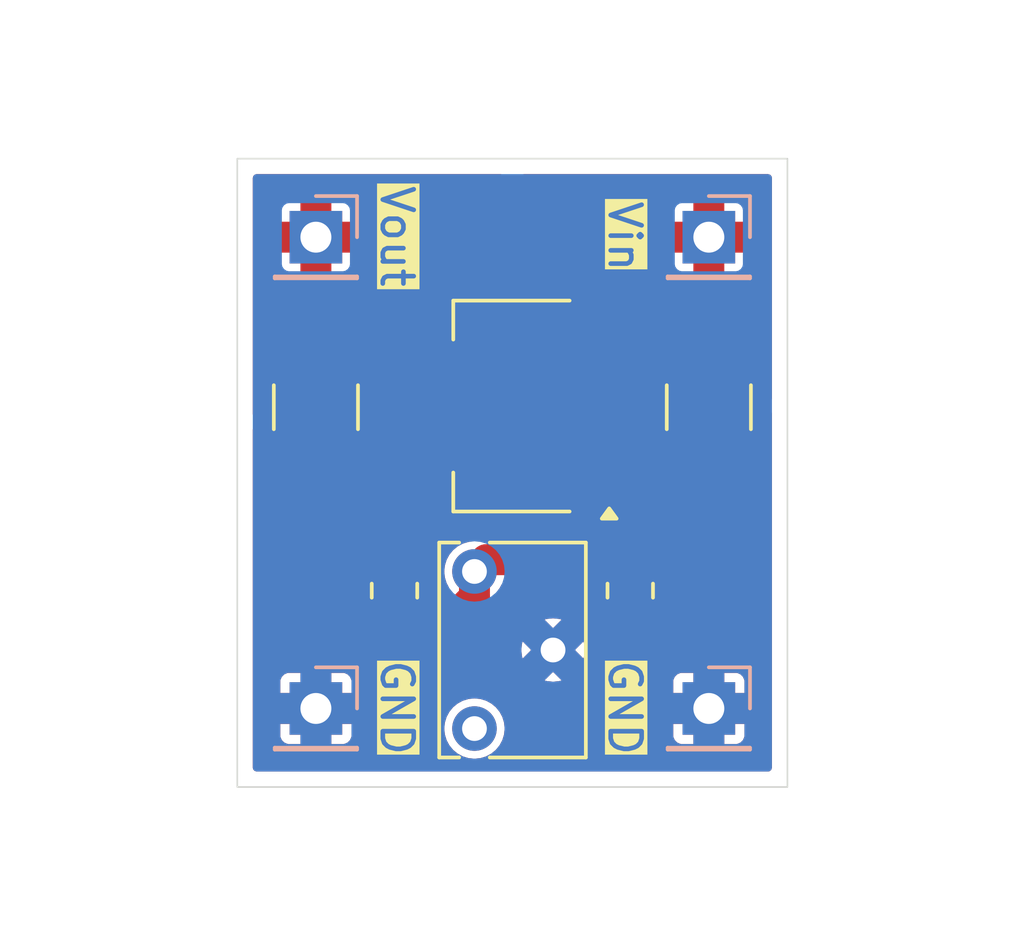
<source format=kicad_pcb>
(kicad_pcb (version 20240108) (generator "pcbnew") (generator_version "8.0")
  (layers (0 "F.Cu" signal) (31 "B.Cu" signal) (34 "B.Paste" user) (35 "F.Paste" user) (36 "B.SilkS" user "B.Silkscreen") (37 "F.SilkS" user "F.Silkscreen") (38 "B.Mask" user) (39 "F.Mask" user) (44 "Edge.Cuts" user))
  (net 0 "")
  (net 1 "/Vin")
  (net 2 "GND")
  (net 3 "/Vout")
  (net 4 "/LDO_adj")
  (footprint "Capacitor_SMD:C_1210_3225Metric_Pad1.33x2.70mm_HandSolder" (layer "F.Cu") (at 81.28 66.4585 90)
    (property "Reference" "C2" (hide yes))
    (property "Value" "10u")
    (fp_line (start -0.711252 -1.36) (end 0.711252 -1.36) (stroke (width 0.12)) (layer "F.SilkS"))
    (fp_line (start -0.711252 1.36) (end 0.711252 1.36) (stroke (width 0.12)) (layer "F.SilkS"))
    (pad "1" smd roundrect (at -1.5625 0 90) (size 1.325 2.7) (layers "F.Cu" "F.Paste" "F.Mask") (roundrect_rratio 0.188679) (net 2 "GND"))
    (pad "2" smd roundrect (at 1.5625 0 90) (size 1.325 2.7) (layers "F.Cu" "F.Paste" "F.Mask") (roundrect_rratio 0.188679) (net 1 "/Vin"))
  )
  (footprint "Capacitor_SMD:C_1210_3225Metric_Pad1.33x2.70mm_HandSolder" (layer "F.Cu") (at 68.58 66.4585 90)
    (property "Reference" "C1" (hide yes))
    (property "Value" "10u")
    (fp_line (start -0.711252 -1.36) (end 0.711252 -1.36) (stroke (width 0.12)) (layer "F.SilkS"))
    (fp_line (start -0.711252 1.36) (end 0.711252 1.36) (stroke (width 0.12)) (layer "F.SilkS"))
    (pad "1" smd roundrect (at -1.5625 0 90) (size 1.325 2.7) (layers "F.Cu" "F.Paste" "F.Mask") (roundrect_rratio 0.188679) (net 2 "GND"))
    (pad "2" smd roundrect (at 1.5625 0 90) (size 1.325 2.7) (layers "F.Cu" "F.Paste" "F.Mask") (roundrect_rratio 0.188679) (net 3 "/Vout"))
  )
  (footprint "Resistor_SMD:R_0805_2012Metric_Pad1.20x1.40mm_HandSolder" (layer "F.Cu") (at 71.12 72.39 -90)
    (property "Reference" "R1" (hide yes))
    (property "Value" "240")
    (fp_line (start -0.227064 0.735) (end 0.227064 0.735) (stroke (width 0.12)) (layer "F.SilkS"))
    (fp_line (start -0.227064 -0.735) (end 0.227064 -0.735) (stroke (width 0.12)) (layer "F.SilkS"))
    (pad "1" smd roundrect (at -1 0 270) (size 1.2 1.4) (layers "F.Cu" "F.Paste" "F.Mask") (roundrect_rratio 0.208333) (net 3 "/Vout"))
    (pad "2" smd roundrect (at 1 0 270) (size 1.2 1.4) (layers "F.Cu" "F.Paste" "F.Mask") (roundrect_rratio 0.208333) (net 4 "/LDO_adj"))
  )
  (footprint "Potentiometer_THT:Potentiometer_Bourns_3266W_Vertical" (layer "F.Cu") (at 73.705 71.77 90)
    (property "Reference" "RV1" (hide yes))
    (property "Value" "10k")
    (fp_line (start 0.935 -1.14) (end 0.935 -0.495) (stroke (width 0.12)) (layer "F.SilkS"))
    (fp_line (start -6.015 -1.14) (end 0.935 -1.14) (stroke (width 0.12)) (layer "F.SilkS"))
    (fp_line (start -6.015 -1.14) (end -6.015 -0.495) (stroke (width 0.12)) (layer "F.SilkS"))
    (fp_line (start 0.935 0.495) (end 0.935 3.6) (stroke (width 0.12)) (layer "F.SilkS"))
    (fp_line (start -6.015 0.495) (end -6.015 3.6) (stroke (width 0.12)) (layer "F.SilkS"))
    (fp_line (start -6.015 3.6) (end 0.935 3.6) (stroke (width 0.12)) (layer "F.SilkS"))
    (pad "1" thru_hole circle (at 0 0 90) (size 1.44 1.44) (drill 0.8) (layers "*.Cu" "*.Mask") (net 4 "/LDO_adj"))
    (pad "2" thru_hole circle (at -2.54 2.54 90) (size 1.44 1.44) (drill 0.8) (layers "*.Cu" "*.Mask") (net 2 "GND"))
    (pad "3" thru_hole circle (at -5.08 0 90) (size 1.44 1.44) (drill 0.8) (layers "*.Cu" "*.Mask"))
  )
  (footprint "Package_TO_SOT_SMD:SOT-223-3_TabPin2" (layer "F.Cu") (at 74.93 66.421 180)
    (property "Reference" "U1" (hide yes))
    (property "Value" "LM317_SOT-223")
    (fp_line (start 1.91 3.41) (end 1.91 2.15) (stroke (width 0.12)) (layer "F.SilkS"))
    (fp_line (start 1.91 -3.41) (end 1.91 -2.15) (stroke (width 0.12)) (layer "F.SilkS"))
    (fp_line (start -1.85 3.41) (end 1.91 3.41) (stroke (width 0.12)) (layer "F.SilkS"))
    (fp_line (start -1.85 -3.41) (end 1.91 -3.41) (stroke (width 0.12)) (layer "F.SilkS"))
    (fp_poly (pts (xy -3.13 -3.31) (xy -3.37 -3.64) (xy -2.89 -3.64) (xy -3.13 -3.31)) (stroke (width 0.12)) (fill solid) (layer "F.SilkS"))
    (pad "1" smd roundrect (at -3.15 -2.3 180) (size 2 1.5) (layers "F.Cu" "F.Paste" "F.Mask") (net 4 "/LDO_adj"))
    (pad "2" smd roundrect (at -3.15 0 180) (size 2 1.5) (layers "F.Cu" "F.Paste" "F.Mask") (net 3 "/Vout"))
    (pad "2" smd roundrect (at 3.15 0 180) (size 2 3.8) (layers "F.Cu" "F.Paste" "F.Mask") (net 3 "/Vout"))
    (pad "3" smd roundrect (at -3.15 2.3 180) (size 2 1.5) (layers "F.Cu" "F.Paste" "F.Mask") (net 1 "/Vin"))
  )
  (footprint "Resistor_SMD:R_0805_2012Metric_Pad1.20x1.40mm_HandSolder" (layer "F.Cu") (at 78.74 72.39 90)
    (property "Reference" "C3" (hide yes))
    (property "Value" "1u")
    (fp_line (start -0.227064 -0.735) (end 0.227064 -0.735) (stroke (width 0.12)) (layer "F.SilkS"))
    (fp_line (start -0.227064 0.735) (end 0.227064 0.735) (stroke (width 0.12)) (layer "F.SilkS"))
    (pad "1" smd roundrect (at -1 0 90) (size 1.2 1.4) (layers "F.Cu" "F.Paste" "F.Mask") (roundrect_rratio 0.208333) (net 2 "GND"))
    (pad "2" smd roundrect (at 1 0 90) (size 1.2 1.4) (layers "F.Cu" "F.Paste" "F.Mask") (roundrect_rratio 0.208333) (net 4 "/LDO_adj"))
  )
  (footprint "Connector_PinHeader_2.54mm:PinHeader_1x01_P2.54mm_Vertical" (layer "B.Cu") (at 81.28 76.2 180)
    (property "Reference" "J4" (hide yes))
    (property "Value" "GND")
    (fp_line (start 1.33 -1.27) (end -1.33 -1.27) (stroke (width 0.12)) (layer "B.SilkS"))
    (fp_line (start 1.33 -1.33) (end 1.33 -1.27) (stroke (width 0.12)) (layer "B.SilkS"))
    (fp_line (start 1.33 -1.33) (end -1.33 -1.33) (stroke (width 0.12)) (layer "B.SilkS"))
    (fp_line (start 0 1.33) (end -1.33 1.33) (stroke (width 0.12)) (layer "B.SilkS"))
    (fp_line (start -1.33 1.33) (end -1.33 0) (stroke (width 0.12)) (layer "B.SilkS"))
    (fp_line (start -1.33 -1.33) (end -1.33 -1.27) (stroke (width 0.12)) (layer "B.SilkS"))
    (pad "1" thru_hole rect (at 0 0 180) (size 1.7 1.7) (drill 1) (layers "*.Cu" "*.Mask") (net 2 "GND"))
  )
  (footprint "Connector_PinHeader_2.54mm:PinHeader_1x01_P2.54mm_Vertical" (layer "B.Cu") (at 81.28 60.96 180)
    (property "Reference" "J2" (hide yes))
    (property "Value" "Vin")
    (fp_line (start 1.33 -1.27) (end -1.33 -1.27) (stroke (width 0.12)) (layer "B.SilkS"))
    (fp_line (start 1.33 -1.33) (end 1.33 -1.27) (stroke (width 0.12)) (layer "B.SilkS"))
    (fp_line (start 1.33 -1.33) (end -1.33 -1.33) (stroke (width 0.12)) (layer "B.SilkS"))
    (fp_line (start 0 1.33) (end -1.33 1.33) (stroke (width 0.12)) (layer "B.SilkS"))
    (fp_line (start -1.33 1.33) (end -1.33 0) (stroke (width 0.12)) (layer "B.SilkS"))
    (fp_line (start -1.33 -1.33) (end -1.33 -1.27) (stroke (width 0.12)) (layer "B.SilkS"))
    (pad "1" thru_hole rect (at 0 0 180) (size 1.7 1.7) (drill 1) (layers "*.Cu" "*.Mask") (net 1 "/Vin"))
  )
  (footprint "Connector_PinHeader_2.54mm:PinHeader_1x01_P2.54mm_Vertical" (layer "B.Cu") (at 68.58 60.96 180)
    (property "Reference" "J1" (hide yes))
    (property "Value" "Vout")
    (fp_line (start 1.33 -1.27) (end -1.33 -1.27) (stroke (width 0.12)) (layer "B.SilkS"))
    (fp_line (start 1.33 -1.33) (end 1.33 -1.27) (stroke (width 0.12)) (layer "B.SilkS"))
    (fp_line (start 1.33 -1.33) (end -1.33 -1.33) (stroke (width 0.12)) (layer "B.SilkS"))
    (fp_line (start 0 1.33) (end -1.33 1.33) (stroke (width 0.12)) (layer "B.SilkS"))
    (fp_line (start -1.33 1.33) (end -1.33 0) (stroke (width 0.12)) (layer "B.SilkS"))
    (fp_line (start -1.33 -1.33) (end -1.33 -1.27) (stroke (width 0.12)) (layer "B.SilkS"))
    (pad "1" thru_hole rect (at 0 0 180) (size 1.7 1.7) (drill 1) (layers "*.Cu" "*.Mask") (net 3 "/Vout"))
  )
  (footprint "Connector_PinHeader_2.54mm:PinHeader_1x01_P2.54mm_Vertical" (layer "B.Cu") (at 68.58 76.2 180)
    (property "Reference" "J3" (hide yes))
    (property "Value" "GND")
    (fp_line (start 1.33 -1.27) (end -1.33 -1.27) (stroke (width 0.12)) (layer "B.SilkS"))
    (fp_line (start 1.33 -1.33) (end 1.33 -1.27) (stroke (width 0.12)) (layer "B.SilkS"))
    (fp_line (start 1.33 -1.33) (end -1.33 -1.33) (stroke (width 0.12)) (layer "B.SilkS"))
    (fp_line (start 0 1.33) (end -1.33 1.33) (stroke (width 0.12)) (layer "B.SilkS"))
    (fp_line (start -1.33 1.33) (end -1.33 0) (stroke (width 0.12)) (layer "B.SilkS"))
    (fp_line (start -1.33 -1.33) (end -1.33 -1.27) (stroke (width 0.12)) (layer "B.SilkS"))
    (pad "1" thru_hole rect (at 0 0 180) (size 1.7 1.7) (drill 1) (layers "*.Cu" "*.Mask") (net 2 "GND"))
  )
  (gr_rect (start 66.04 58.42) (end 83.82 78.74) (stroke (width 0.05)) (fill none) (layer "Edge.Cuts"))
  (gr_text "GND" (at 70.612 74.551191 270) (layer "F.SilkS" knockout) (effects (font (size 1 1)) (justify left bottom)))
  (gr_text "GND" (at 77.978 74.551191 270) (layer "F.SilkS" knockout) (effects (font (size 1 1)) (justify left bottom)))
  (gr_text "Vout" (at 70.612 59.215952 270) (layer "F.SilkS" knockout) (effects (font (size 1 1)) (justify left bottom)))
  (gr_text "Vin" (at 77.978 59.715953 270) (layer "F.SilkS" knockout) (effects (font (size 1 1)) (justify left bottom)))
  (segment (start 78.08 66.421) (end 71.78 66.421) (width 1.5) (layer "F.Cu") (net 3))
  (segment (start 71.12 71.39) (end 71.12 69.596) (width 1) (layer "F.Cu") (net 3))
  (segment (start 77.724 71.39) (end 74.085 71.39) (width 1) (layer "F.Cu") (net 4))
  (segment (start 78.08 71.034) (end 77.724 71.39) (width 1) (layer "F.Cu") (net 4))
  (segment (start 72.914 73.39) (end 73.705 72.599) (width 1) (layer "F.Cu") (net 4))
  (segment (start 73.705 72.599) (end 73.705 71.77) (width 1) (layer "F.Cu") (net 4))
  (segment (start 71.12 73.39) (end 72.914 73.39) (width 1) (layer "F.Cu") (net 4))
  (segment (start 74.085 71.39) (end 73.705 71.77) (width 1) (layer "F.Cu") (net 4))
  (segment (start 78.08 68.721) (end 78.08 71.034) (width 1) (layer "F.Cu") (net 4))
  (segment (start 78.74 71.39) (end 77.724 71.39) (width 1) (layer "F.Cu") (net 4))
  (zone (net 2) (net_name "GND") (layer "F.Cu") (connect_pads (clearance 0.25)) (min_thickness 0.25) (fill yes (thermal_gap 0.3) (thermal_bridge_width 1))
    (polygon (pts (xy 66.04 58.42) (xy 66.04 78.74) (xy 83.82 78.74) (xy 83.82 58.42)))
  )
  (zone (net 1) (net_name "/Vin") (layer "F.Cu") (priority 1) (connect_pads (clearance 0.25)) (min_thickness 0.25) (fill yes (thermal_gap 0.3) (thermal_bridge_width 1))
    (polygon (pts (xy 83.82 58.42) (xy 83.82 66.294) (xy 79.502 66.294) (xy 79.502 65.278) (xy 75.184 65.278) (xy 75.184 58.42)))
  )
  (zone (net 3) (net_name "/Vout") (layer "F.Cu") (priority 1) (connect_pads (clearance 0.25)) (min_thickness 0.25) (fill yes (thermal_gap 0.3) (thermal_bridge_width 1))
    (polygon (pts (xy 66.04 58.42) (xy 74.676 58.42) (xy 74.676 70.104) (xy 70.358 70.104) (xy 70.358 66.802) (xy 66.04 66.802)))
  )
  (zone (net 2) (net_name "GND") (layer "B.Cu") (priority 2) (connect_pads (clearance 0.25)) (min_thickness 0.25) (fill yes (thermal_gap 0.3) (thermal_bridge_width 1))
    (polygon (pts (xy 66.04 58.42) (xy 66.04 78.74) (xy 83.82 78.74) (xy 83.82 58.42)))
  )
)
</source>
